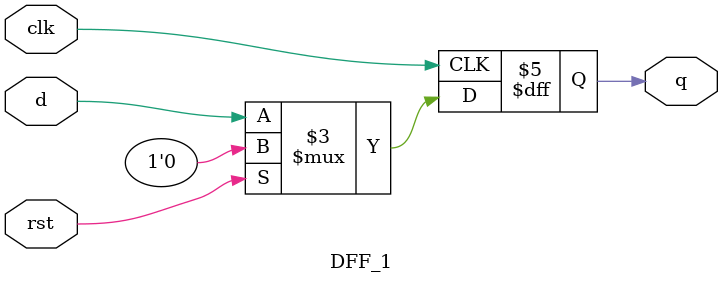
<source format=v>
`timescale 1ns / 1ps
module DFF_1(clk,rst,d,q);
    input clk,d,rst;
    output reg q;
    
    always @(posedge clk)
    begin
        if(rst) q<=0;
        else q<=d;
    end
endmodule
</source>
